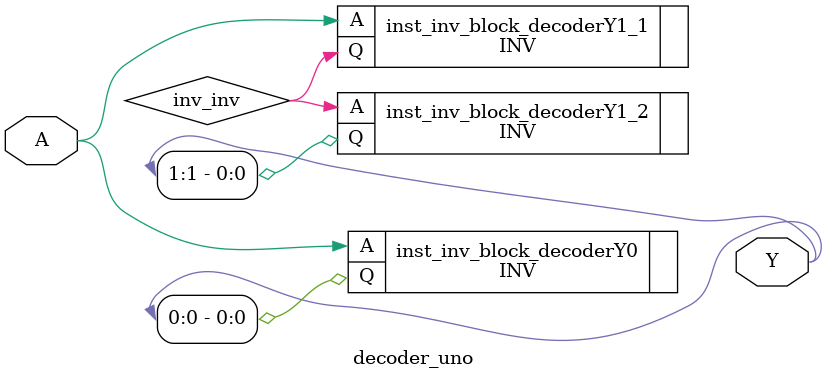
<source format=v>
`timescale 1ns / 1ps


module decoder_uno(A,Y);
input wire A;
output wire [1:0]Y;

wire inv_inv;
//Y0
INV inst_inv_block_decoderY0(.A(A),.Q(Y[0]));
//Y1
INV inst_inv_block_decoderY1_1(.A(A),.Q(inv_inv));
INV inst_inv_block_decoderY1_2(.A(inv_inv),.Q(Y[1]));
endmodule

</source>
